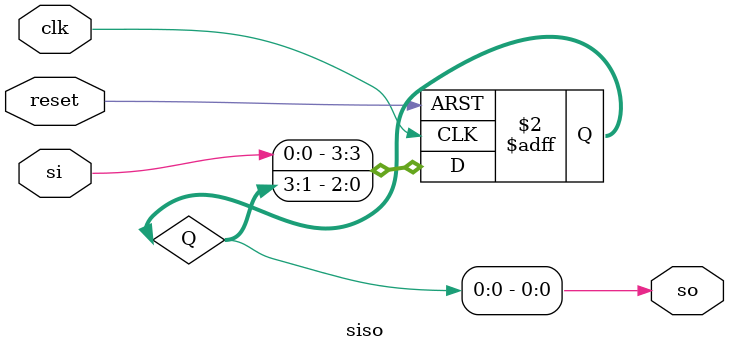
<source format=v>
module siso(so,si,clk,reset);
output so;
input si,clk,reset;
reg [3:0]Q;
always @(posedge clk or posedge reset)
begin
if(reset)
Q<=4'b0000;
else
Q<={si,Q[3:1]};
end
assign so=Q[0];
endmodule
</source>
